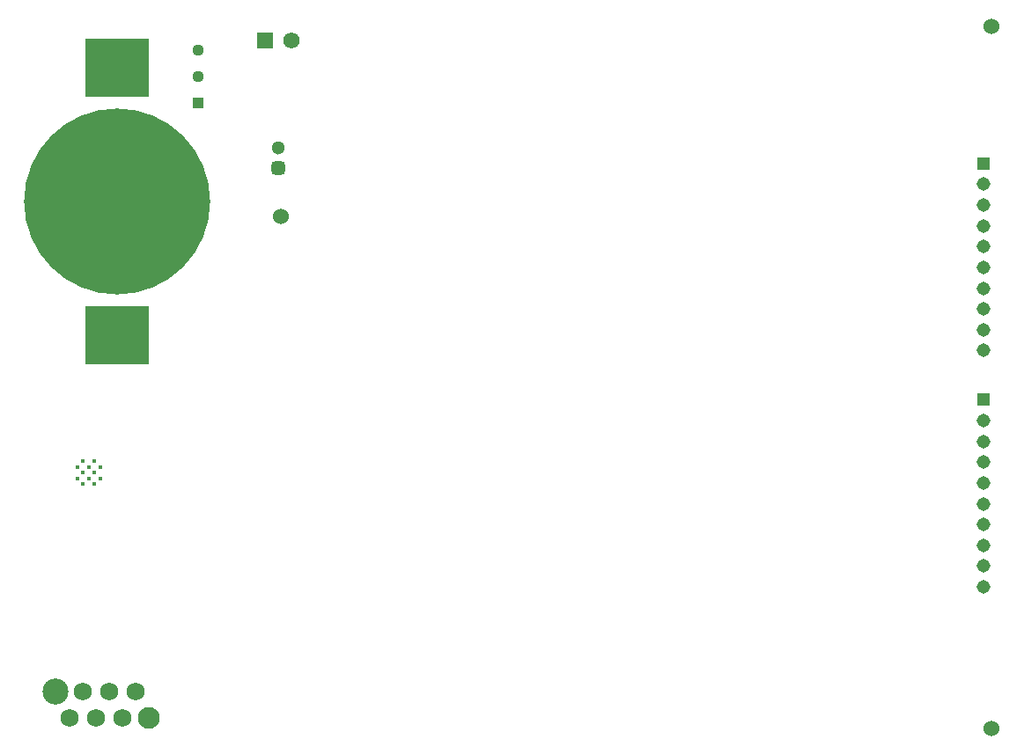
<source format=gbr>
G04*
G04 #@! TF.GenerationSoftware,Altium Limited,Altium Designer,24.0.1 (36)*
G04*
G04 Layer_Color=255*
%FSLAX25Y25*%
%MOIN*%
G70*
G04*
G04 #@! TF.SameCoordinates,A2E01C4A-C41F-4235-85C4-DC12FCC8AE1E*
G04*
G04*
G04 #@! TF.FilePolarity,Positive*
G04*
G01*
G75*
%ADD83C,0.06000*%
%ADD84R,0.06201X0.06201*%
%ADD85C,0.06201*%
%ADD86C,0.01575*%
%ADD87R,0.04449X0.04449*%
%ADD88C,0.04449*%
%ADD89C,0.05118*%
G04:AMPARAMS|DCode=90|XSize=51.18mil|YSize=51.18mil|CornerRadius=12.8mil|HoleSize=0mil|Usage=FLASHONLY|Rotation=270.000|XOffset=0mil|YOffset=0mil|HoleType=Round|Shape=RoundedRectangle|*
%AMROUNDEDRECTD90*
21,1,0.05118,0.02559,0,0,270.0*
21,1,0.02559,0.05118,0,0,270.0*
1,1,0.02559,-0.01280,-0.01280*
1,1,0.02559,-0.01280,0.01280*
1,1,0.02559,0.01280,0.01280*
1,1,0.02559,0.01280,-0.01280*
%
%ADD90ROUNDEDRECTD90*%
%ADD91C,0.05150*%
%ADD92R,0.05150X0.05150*%
%ADD93C,0.08268*%
%ADD94C,0.06890*%
%ADD95C,0.09843*%
%ADD98R,0.24016X0.22441*%
%ADD99C,0.70472*%
D83*
X305000Y408000D02*
D03*
X574000Y214000D02*
D03*
Y480000D02*
D03*
D84*
X299000Y474500D02*
D03*
D85*
X308842D02*
D03*
D86*
X227839Y312996D02*
D03*
X230004Y315161D02*
D03*
X234335D02*
D03*
X227839Y308665D02*
D03*
X232169Y312996D02*
D03*
X230004Y310831D02*
D03*
Y306500D02*
D03*
X232169Y308665D02*
D03*
X236500Y312996D02*
D03*
Y308665D02*
D03*
X234335Y310831D02*
D03*
Y306500D02*
D03*
D87*
X273693Y451000D02*
D03*
D88*
Y461000D02*
D03*
Y471000D02*
D03*
D89*
X304000Y433937D02*
D03*
D90*
Y426063D02*
D03*
D91*
X570737Y267514D02*
D03*
Y275389D02*
D03*
Y283262D02*
D03*
Y291137D02*
D03*
Y299010D02*
D03*
Y306885D02*
D03*
Y314758D02*
D03*
Y322633D02*
D03*
Y330507D02*
D03*
X571026Y357043D02*
D03*
Y364917D02*
D03*
Y372791D02*
D03*
Y380665D02*
D03*
Y388539D02*
D03*
Y396413D02*
D03*
Y404287D02*
D03*
Y412161D02*
D03*
Y420035D02*
D03*
D92*
X570737Y338381D02*
D03*
X571026Y427909D02*
D03*
D93*
X255000Y218000D02*
D03*
D94*
X244764D02*
D03*
X234764D02*
D03*
X249764Y228000D02*
D03*
X239764D02*
D03*
X224764Y218000D02*
D03*
X229764Y228000D02*
D03*
D95*
X219528D02*
D03*
D98*
X243000Y464287D02*
D03*
Y362713D02*
D03*
D99*
Y413500D02*
D03*
M02*

</source>
